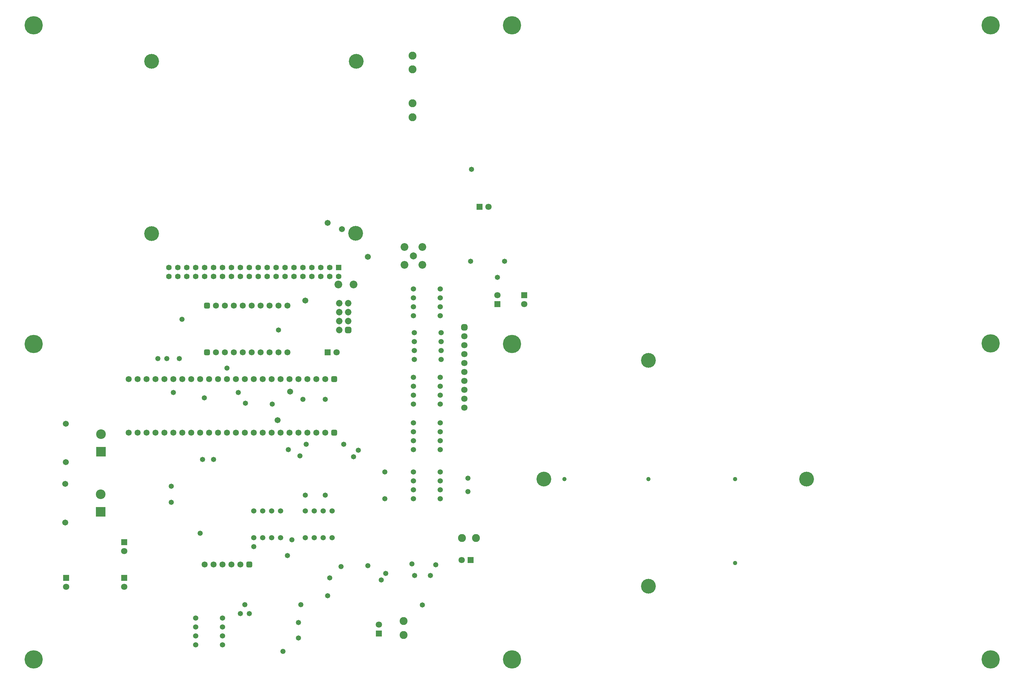
<source format=gbs>
G04*
G04 #@! TF.GenerationSoftware,Altium Limited,Altium Designer,22.11.1 (43)*
G04*
G04 Layer_Color=16711935*
%FSLAX44Y44*%
%MOMM*%
G71*
G04*
G04 #@! TF.SameCoordinates,B54C2437-7CCA-4C96-8E11-22E7B733F24C*
G04*
G04*
G04 #@! TF.FilePolarity,Negative*
G04*
G01*
G75*
%ADD41R,2.7532X2.7532*%
%ADD42C,2.7532*%
%ADD43C,1.7112*%
%ADD44C,1.2192*%
%ADD45C,1.8082*%
%ADD46R,1.8082X1.8082*%
%ADD47R,1.8082X1.8082*%
%ADD48C,4.2032*%
%ADD49C,2.2606*%
%ADD50C,1.5032*%
%ADD51C,1.8532*%
G04:AMPARAMS|DCode=52|XSize=1.8532mm|YSize=1.8532mm|CornerRadius=0.5141mm|HoleSize=0mm|Usage=FLASHONLY|Rotation=90.000|XOffset=0mm|YOffset=0mm|HoleType=Round|Shape=RoundedRectangle|*
%AMROUNDEDRECTD52*
21,1,1.8532,0.8250,0,0,90.0*
21,1,0.8250,1.8532,0,0,90.0*
1,1,1.0282,0.4125,0.4125*
1,1,1.0282,0.4125,-0.4125*
1,1,1.0282,-0.4125,-0.4125*
1,1,1.0282,-0.4125,0.4125*
%
%ADD52ROUNDEDRECTD52*%
%ADD53C,2.0066*%
%ADD54C,2.2098*%
%ADD55C,1.8032*%
G04:AMPARAMS|DCode=56|XSize=1.8032mm|YSize=1.8032mm|CornerRadius=0.5016mm|HoleSize=0mm|Usage=FLASHONLY|Rotation=270.000|XOffset=0mm|YOffset=0mm|HoleType=Round|Shape=RoundedRectangle|*
%AMROUNDEDRECTD56*
21,1,1.8032,0.8000,0,0,270.0*
21,1,0.8000,1.8032,0,0,270.0*
1,1,1.0032,-0.4000,-0.4000*
1,1,1.0032,-0.4000,0.4000*
1,1,1.0032,0.4000,0.4000*
1,1,1.0032,0.4000,-0.4000*
%
%ADD56ROUNDEDRECTD56*%
%ADD57C,1.7232*%
G04:AMPARAMS|DCode=58|XSize=1.7232mm|YSize=1.7232mm|CornerRadius=0.4816mm|HoleSize=0mm|Usage=FLASHONLY|Rotation=180.000|XOffset=0mm|YOffset=0mm|HoleType=Round|Shape=RoundedRectangle|*
%AMROUNDEDRECTD58*
21,1,1.7232,0.7600,0,0,180.0*
21,1,0.7600,1.7232,0,0,180.0*
1,1,0.9632,-0.3800,0.3800*
1,1,0.9632,0.3800,0.3800*
1,1,0.9632,0.3800,-0.3800*
1,1,0.9632,-0.3800,-0.3800*
%
%ADD58ROUNDEDRECTD58*%
%ADD59C,1.5932*%
%ADD60R,1.5932X1.5932*%
%ADD61C,1.4732*%
%ADD62C,1.7032*%
%ADD63C,2.2032*%
%ADD64C,5.2032*%
D41*
X232080Y644680D02*
D03*
X231140Y473240D02*
D03*
D42*
X232080Y694680D02*
D03*
X231140Y523240D02*
D03*
D43*
X132080Y724680D02*
D03*
Y614680D02*
D03*
X131140Y443240D02*
D03*
Y553240D02*
D03*
D44*
X2034540Y566420D02*
D03*
Y327660D02*
D03*
X1549400Y566420D02*
D03*
X1788160D02*
D03*
D45*
X1435100Y1064260D02*
D03*
X1333500Y1341120D02*
D03*
X1257300Y336550D02*
D03*
X901700Y927100D02*
D03*
X298450Y361950D02*
D03*
Y260350D02*
D03*
X133350D02*
D03*
X1022350Y152400D02*
D03*
X1358900Y1089660D02*
D03*
D46*
X1435100D02*
D03*
X298450Y387350D02*
D03*
Y285750D02*
D03*
X133350D02*
D03*
X1022350Y127000D02*
D03*
X1358900Y1064260D02*
D03*
D47*
X1308100Y1341120D02*
D03*
X1282700Y336550D02*
D03*
X876300Y927100D02*
D03*
D48*
X1788160Y261620D02*
D03*
Y904240D02*
D03*
X2237740Y566420D02*
D03*
X1490980D02*
D03*
X375920Y1264920D02*
D03*
Y1755140D02*
D03*
X957580D02*
D03*
X956332Y1266353D02*
D03*
D49*
X1297940Y398780D02*
D03*
X1258340D02*
D03*
X1092200Y122960D02*
D03*
Y162560D02*
D03*
X1117600Y1732280D02*
D03*
Y1771880D02*
D03*
Y1596160D02*
D03*
Y1635760D02*
D03*
D50*
X1196340Y510540D02*
D03*
Y535940D02*
D03*
X1120140Y510540D02*
D03*
Y535940D02*
D03*
X1196340Y586740D02*
D03*
Y561340D02*
D03*
X1120140D02*
D03*
Y586740D02*
D03*
X742950Y476250D02*
D03*
X717550D02*
D03*
Y400050D02*
D03*
X742950D02*
D03*
X692150Y476250D02*
D03*
X666750D02*
D03*
X692150Y400050D02*
D03*
X666750D02*
D03*
X1196340Y650240D02*
D03*
Y675640D02*
D03*
X1120140Y650240D02*
D03*
Y675640D02*
D03*
X1196340Y726440D02*
D03*
Y701040D02*
D03*
X1120140D02*
D03*
Y726440D02*
D03*
X1196340Y779780D02*
D03*
Y805180D02*
D03*
X1120140Y779780D02*
D03*
Y805180D02*
D03*
X1196340Y855980D02*
D03*
Y830580D02*
D03*
X1120140D02*
D03*
Y855980D02*
D03*
X1198880Y906780D02*
D03*
Y932180D02*
D03*
X1122680Y906780D02*
D03*
Y932180D02*
D03*
X1198880Y982980D02*
D03*
Y957580D02*
D03*
X1122680D02*
D03*
Y982980D02*
D03*
X1196340Y1031240D02*
D03*
Y1056640D02*
D03*
X1120140Y1031240D02*
D03*
Y1056640D02*
D03*
X1196340Y1107440D02*
D03*
Y1082040D02*
D03*
X1120140D02*
D03*
Y1107440D02*
D03*
X577850Y95250D02*
D03*
Y120650D02*
D03*
X501650Y95250D02*
D03*
Y120650D02*
D03*
X577850Y171450D02*
D03*
Y146050D02*
D03*
X501650D02*
D03*
Y171450D02*
D03*
X889000Y476250D02*
D03*
X863600D02*
D03*
X889000Y400050D02*
D03*
X863600D02*
D03*
X812800Y476250D02*
D03*
X838200D02*
D03*
Y400050D02*
D03*
X812800D02*
D03*
D51*
X909320Y1066800D02*
D03*
Y1041400D02*
D03*
X934720Y1066800D02*
D03*
Y1041400D02*
D03*
X909320Y990600D02*
D03*
X934720Y1016000D02*
D03*
X909320D02*
D03*
D52*
X934720Y990600D02*
D03*
D53*
X1120140Y1201420D02*
D03*
D54*
X1094740Y1176020D02*
D03*
X1145540D02*
D03*
Y1226820D02*
D03*
X1094740D02*
D03*
D55*
X1264920Y769620D02*
D03*
Y795020D02*
D03*
Y871220D02*
D03*
Y922020D02*
D03*
Y972820D02*
D03*
Y947420D02*
D03*
Y896620D02*
D03*
Y845820D02*
D03*
Y820420D02*
D03*
D56*
Y998220D02*
D03*
D57*
X311150Y850900D02*
D03*
X336550D02*
D03*
X361950D02*
D03*
X387350D02*
D03*
X412750D02*
D03*
X438150D02*
D03*
X463550D02*
D03*
X539750D02*
D03*
X565150D02*
D03*
X590550D02*
D03*
X641350D02*
D03*
X692150D02*
D03*
X717550D02*
D03*
X768350D02*
D03*
X793750D02*
D03*
X819150D02*
D03*
X869950D02*
D03*
X844550D02*
D03*
X742950D02*
D03*
X666750D02*
D03*
X615950D02*
D03*
X514350D02*
D03*
X488950D02*
D03*
X311150Y698500D02*
D03*
X336550D02*
D03*
X361950D02*
D03*
X387350D02*
D03*
X412750D02*
D03*
X438150D02*
D03*
X463550D02*
D03*
X539750D02*
D03*
X565150D02*
D03*
X590550D02*
D03*
X641350D02*
D03*
X692150D02*
D03*
X717550D02*
D03*
X768350D02*
D03*
X793750D02*
D03*
X819150D02*
D03*
X869950D02*
D03*
X844550D02*
D03*
X742950D02*
D03*
X666750D02*
D03*
X615950D02*
D03*
X514350D02*
D03*
X488950D02*
D03*
X685800Y1060450D02*
D03*
X584200D02*
D03*
X558800D02*
D03*
X609600D02*
D03*
X635000D02*
D03*
X660400D02*
D03*
X711200D02*
D03*
X736600D02*
D03*
X762000D02*
D03*
X685800Y927100D02*
D03*
X584200D02*
D03*
X558800D02*
D03*
X609600D02*
D03*
X635000D02*
D03*
X660400D02*
D03*
X711200D02*
D03*
X736600D02*
D03*
X762000D02*
D03*
X527050Y323850D02*
D03*
X552450D02*
D03*
X577850D02*
D03*
X628650D02*
D03*
X603250D02*
D03*
D58*
X895350Y850900D02*
D03*
Y698500D02*
D03*
X533400Y1060450D02*
D03*
Y927100D02*
D03*
X654050Y323850D02*
D03*
D59*
X425450Y1143000D02*
D03*
Y1168400D02*
D03*
X450850Y1143000D02*
D03*
Y1168400D02*
D03*
X476250Y1143000D02*
D03*
Y1168400D02*
D03*
X501650Y1143000D02*
D03*
Y1168400D02*
D03*
X527050Y1143000D02*
D03*
Y1168400D02*
D03*
X552450Y1143000D02*
D03*
Y1168400D02*
D03*
X577850Y1143000D02*
D03*
Y1168400D02*
D03*
X603250Y1143000D02*
D03*
Y1168400D02*
D03*
X628650Y1143000D02*
D03*
Y1168400D02*
D03*
X654050Y1143000D02*
D03*
Y1168400D02*
D03*
X679450Y1143000D02*
D03*
Y1168400D02*
D03*
X704850Y1143000D02*
D03*
Y1168400D02*
D03*
X730250Y1143000D02*
D03*
Y1168400D02*
D03*
X755650Y1143000D02*
D03*
Y1168400D02*
D03*
X781050Y1143000D02*
D03*
Y1168400D02*
D03*
X806450Y1143000D02*
D03*
Y1168400D02*
D03*
X831850Y1143000D02*
D03*
Y1168400D02*
D03*
X857250Y1143000D02*
D03*
Y1168400D02*
D03*
X882650Y1143000D02*
D03*
Y1168400D02*
D03*
X908050Y1143000D02*
D03*
D60*
Y1168400D02*
D03*
D61*
X1358900Y1140460D02*
D03*
X462280Y1021080D02*
D03*
X1285240Y1447800D02*
D03*
X1379220Y1186180D02*
D03*
X1282700D02*
D03*
X736600Y990600D02*
D03*
X454660Y909320D02*
D03*
X393700D02*
D03*
X419100D02*
D03*
X1275080Y530860D02*
D03*
Y568960D02*
D03*
X1038860Y510540D02*
D03*
Y586740D02*
D03*
X431800Y546100D02*
D03*
Y500380D02*
D03*
X1145540Y208280D02*
D03*
X525780Y797560D02*
D03*
X718820Y779780D02*
D03*
X642620Y782320D02*
D03*
X949960Y629920D02*
D03*
X797560Y632460D02*
D03*
X764540Y650240D02*
D03*
X963930Y648970D02*
D03*
X1116330Y325120D02*
D03*
X815340Y665480D02*
D03*
X922020D02*
D03*
X990600Y320040D02*
D03*
X1183640Y322580D02*
D03*
X749300Y76200D02*
D03*
X628650Y184150D02*
D03*
X793750Y114300D02*
D03*
X654050Y184150D02*
D03*
X869950Y793750D02*
D03*
X806450D02*
D03*
X438150Y812800D02*
D03*
X622300D02*
D03*
X1123950Y292100D02*
D03*
X882650Y285750D02*
D03*
X1168400Y292100D02*
D03*
X1028700Y279400D02*
D03*
X1041400Y298450D02*
D03*
X914400Y317500D02*
D03*
X774700Y393700D02*
D03*
X762000Y349250D02*
D03*
X514350Y412750D02*
D03*
X552450Y622300D02*
D03*
X520700D02*
D03*
X869950Y520700D02*
D03*
X812800D02*
D03*
X590550Y882650D02*
D03*
X876300Y234950D02*
D03*
X793750Y158750D02*
D03*
X800100Y209550D02*
D03*
X666750Y374650D02*
D03*
X641350Y209550D02*
D03*
D62*
X812800Y1074420D02*
D03*
X734060Y734060D02*
D03*
X769620Y815340D02*
D03*
X990600Y1198880D02*
D03*
X916940Y1277620D02*
D03*
X876300Y1295400D02*
D03*
D63*
X906780Y1120140D02*
D03*
X949960D02*
D03*
D64*
X1400810Y951230D02*
D03*
Y53340D02*
D03*
Y1858010D02*
D03*
X2760980Y53340D02*
D03*
Y1858010D02*
D03*
Y952500D02*
D03*
X40640Y951230D02*
D03*
Y1858010D02*
D03*
Y53340D02*
D03*
M02*

</source>
